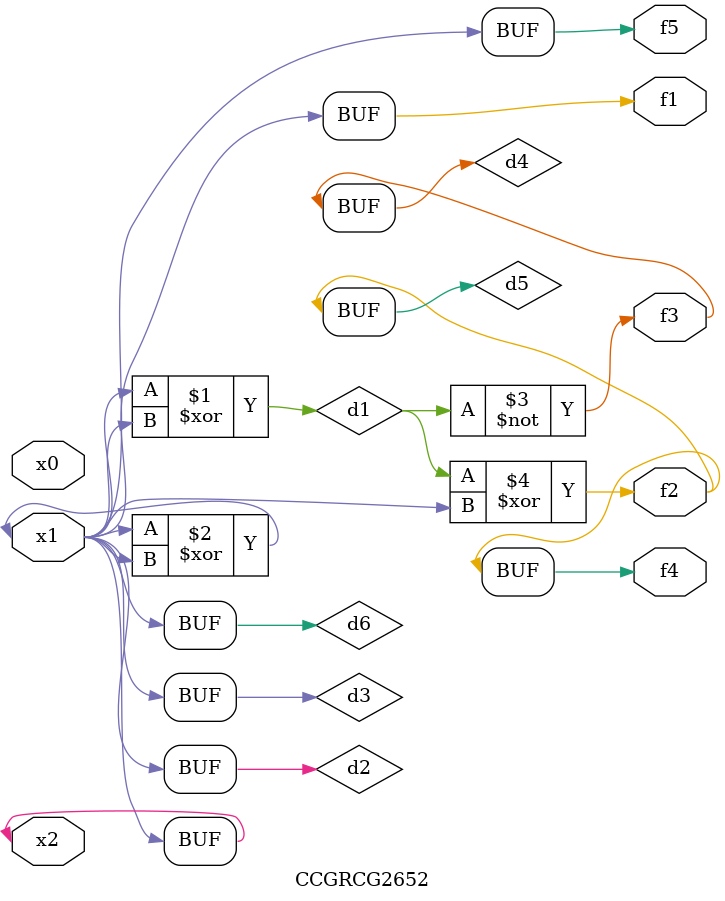
<source format=v>
module CCGRCG2652(
	input x0, x1, x2,
	output f1, f2, f3, f4, f5
);

	wire d1, d2, d3, d4, d5, d6;

	xor (d1, x1, x2);
	buf (d2, x1, x2);
	xor (d3, x1, x2);
	nor (d4, d1);
	xor (d5, d1, d2);
	buf (d6, d2, d3);
	assign f1 = d6;
	assign f2 = d5;
	assign f3 = d4;
	assign f4 = d5;
	assign f5 = d6;
endmodule

</source>
